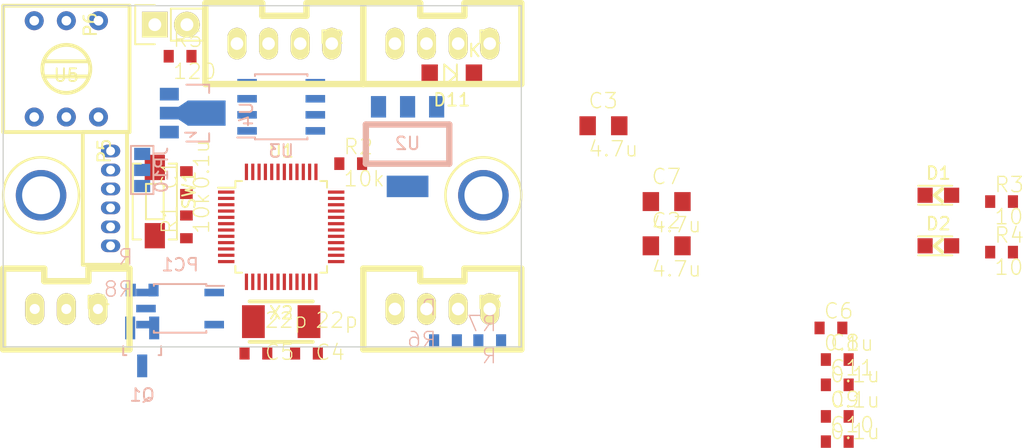
<source format=kicad_pcb>
(kicad_pcb (version 4) (host pcbnew 4.0.5)

  (general
    (links 98)
    (no_connects 98)
    (area -0.050001 -0.050001 41.050001 30.050001)
    (thickness 1.6)
    (drawings 6)
    (tracks 2)
    (zones 0)
    (modules 38)
    (nets 35)
  )

  (page A4)
  (layers
    (0 F.Cu signal)
    (31 B.Cu signal)
    (32 B.Adhes user)
    (33 F.Adhes user)
    (34 B.Paste user)
    (35 F.Paste user)
    (36 B.SilkS user)
    (37 F.SilkS user)
    (38 B.Mask user)
    (39 F.Mask user)
    (40 Dwgs.User user)
    (41 Cmts.User user)
    (42 Eco1.User user)
    (43 Eco2.User user)
    (44 Edge.Cuts user)
    (45 Margin user)
    (46 B.CrtYd user)
    (47 F.CrtYd user)
    (48 B.Fab user)
    (49 F.Fab user)
  )

  (setup
    (last_trace_width 0.25)
    (user_trace_width 0.5)
    (user_trace_width 1)
    (trace_clearance 0.2)
    (zone_clearance 0.2)
    (zone_45_only no)
    (trace_min 0.2)
    (segment_width 0.2)
    (edge_width 0.1)
    (via_size 0.6)
    (via_drill 0.4)
    (via_min_size 0.4)
    (via_min_drill 0.3)
    (user_via 0.8 0.5)
    (user_via 1.2 1)
    (user_via 4 3)
    (uvia_size 0.3)
    (uvia_drill 0.1)
    (uvias_allowed no)
    (uvia_min_size 0.2)
    (uvia_min_drill 0.1)
    (pcb_text_width 0.3)
    (pcb_text_size 1.5 1.5)
    (mod_edge_width 0.15)
    (mod_text_size 1 1)
    (mod_text_width 0.15)
    (pad_size 1.5 1.5)
    (pad_drill 0.6)
    (pad_to_mask_clearance 0)
    (aux_axis_origin 0 0)
    (visible_elements 7FFCFEFF)
    (pcbplotparams
      (layerselection 0x010f0_80000001)
      (usegerberextensions false)
      (excludeedgelayer true)
      (linewidth 0.100000)
      (plotframeref false)
      (viasonmask false)
      (mode 1)
      (useauxorigin false)
      (hpglpennumber 1)
      (hpglpenspeed 20)
      (hpglpendiameter 15)
      (hpglpenoverlay 2)
      (psnegative false)
      (psa4output false)
      (plotreference false)
      (plotvalue true)
      (plotinvisibletext false)
      (padsonsilk false)
      (subtractmaskfromsilk false)
      (outputformat 1)
      (mirror false)
      (drillshape 0)
      (scaleselection 1)
      (outputdirectory ""))
  )

  (net 0 "")
  (net 1 GND)
  (net 2 /NRST)
  (net 3 +12V)
  (net 4 +3.3V)
  (net 5 /OSC_IN)
  (net 6 /OSC_OUT)
  (net 7 +5V)
  (net 8 "Net-(D1-Pad2)")
  (net 9 "Net-(D2-Pad2)")
  (net 10 /LED)
  (net 11 "Net-(D11-Pad2)")
  (net 12 "Net-(JP10-Pad2)")
  (net 13 /CAN_L)
  (net 14 /CAN_H)
  (net 15 /ENC_B)
  (net 16 /ENC_A)
  (net 17 /SWCLK)
  (net 18 /SWDIO)
  (net 19 /USART_TX)
  (net 20 /USART_RX)
  (net 21 "Net-(P6-Pad2)")
  (net 22 /SEL_1)
  (net 23 /SEL_2)
  (net 24 /SEL_4)
  (net 25 /SEL_8)
  (net 26 /CAN_RX)
  (net 27 /CAN_TX)
  (net 28 /BOOT0)
  (net 29 "Net-(P4-Pad3)")
  (net 30 "Net-(P4-Pad2)")
  (net 31 "Net-(P4-Pad1)")
  (net 32 "Net-(PC1-Pad3)")
  (net 33 /PWM_A)
  (net 34 "Net-(Q1-PadD)")

  (net_class Default "これは標準のネット クラスです。"
    (clearance 0.2)
    (trace_width 0.25)
    (via_dia 0.6)
    (via_drill 0.4)
    (uvia_dia 0.3)
    (uvia_drill 0.1)
    (add_net +12V)
    (add_net +3.3V)
    (add_net +5V)
    (add_net /BOOT0)
    (add_net /CAN_H)
    (add_net /CAN_L)
    (add_net /CAN_RX)
    (add_net /CAN_TX)
    (add_net /ENC_A)
    (add_net /ENC_B)
    (add_net /LED)
    (add_net /NRST)
    (add_net /OSC_IN)
    (add_net /OSC_OUT)
    (add_net /PWM_A)
    (add_net /SEL_1)
    (add_net /SEL_2)
    (add_net /SEL_4)
    (add_net /SEL_8)
    (add_net /SWCLK)
    (add_net /SWDIO)
    (add_net /USART_RX)
    (add_net /USART_TX)
    (add_net GND)
    (add_net "Net-(D1-Pad2)")
    (add_net "Net-(D11-Pad2)")
    (add_net "Net-(D2-Pad2)")
    (add_net "Net-(JP10-Pad2)")
    (add_net "Net-(P4-Pad1)")
    (add_net "Net-(P4-Pad2)")
    (add_net "Net-(P4-Pad3)")
    (add_net "Net-(P6-Pad2)")
    (add_net "Net-(PC1-Pad3)")
    (add_net "Net-(Q1-PadD)")
  )

  (module RP_KiCAD_Libs:C1608_WP (layer F.Cu) (tedit 57C3E677) (tstamp 5892949E)
    (at 14.5 14 90)
    (descr <b>CAPACITOR</b>)
    (path /5773C845)
    (fp_text reference C1 (at -0.635 -0.635 90) (layer F.SilkS)
      (effects (font (size 1.2065 1.2065) (thickness 0.1016)) (justify left bottom))
    )
    (fp_text value 0.1u (at -0.635 1.905 90) (layer F.SilkS)
      (effects (font (size 1.2065 1.2065) (thickness 0.1016)) (justify left bottom))
    )
    (fp_line (start -0.356 -0.432) (end 0.356 -0.432) (layer Dwgs.User) (width 0.1016))
    (fp_line (start -0.356 0.419) (end 0.356 0.419) (layer Dwgs.User) (width 0.1016))
    (fp_poly (pts (xy -0.8382 0.4699) (xy -0.3381 0.4699) (xy -0.3381 -0.4801) (xy -0.8382 -0.4801)) (layer Dwgs.User) (width 0))
    (fp_poly (pts (xy 0.3302 0.4699) (xy 0.8303 0.4699) (xy 0.8303 -0.4801) (xy 0.3302 -0.4801)) (layer Dwgs.User) (width 0))
    (fp_poly (pts (xy -0.1999 0.3) (xy 0.1999 0.3) (xy 0.1999 -0.3) (xy -0.1999 -0.3)) (layer F.Adhes) (width 0))
    (pad 1 smd rect (at -0.9 0 90) (size 0.8 1) (layers F.Cu F.Paste F.Mask)
      (net 1 GND))
    (pad 2 smd rect (at 0.9 0 90) (size 0.8 1) (layers F.Cu F.Paste F.Mask)
      (net 2 /NRST))
    (model Resistors_SMD.3dshapes/R_0603.wrl
      (at (xyz 0 0 0))
      (scale (xyz 1 1 1))
      (rotate (xyz 0 0 0))
    )
  )

  (module RP_KiCAD_Libs:C2012 (layer F.Cu) (tedit 0) (tstamp 589294A4)
    (at 52.5 19)
    (descr <b>CAPACITOR</b>)
    (path /57DCED95)
    (fp_text reference C2 (at -1.27 -1.27) (layer F.SilkS)
      (effects (font (size 1.2065 1.2065) (thickness 0.1016)) (justify left bottom))
    )
    (fp_text value 4.7u (at -1.27 2.54) (layer F.SilkS)
      (effects (font (size 1.2065 1.2065) (thickness 0.1016)) (justify left bottom))
    )
    (fp_line (start -0.381 -0.66) (end 0.381 -0.66) (layer Dwgs.User) (width 0.1016))
    (fp_line (start -0.356 0.66) (end 0.381 0.66) (layer Dwgs.User) (width 0.1016))
    (fp_poly (pts (xy -1.0922 0.7239) (xy -0.3421 0.7239) (xy -0.3421 -0.7262) (xy -1.0922 -0.7262)) (layer Dwgs.User) (width 0))
    (fp_poly (pts (xy 0.3556 0.7239) (xy 1.1057 0.7239) (xy 1.1057 -0.7262) (xy 0.3556 -0.7262)) (layer Dwgs.User) (width 0))
    (fp_poly (pts (xy -0.1001 0.4001) (xy 0.1001 0.4001) (xy 0.1001 -0.4001) (xy -0.1001 -0.4001)) (layer F.Adhes) (width 0))
    (pad 1 smd rect (at -1.25 0) (size 1.3 1.5) (layers F.Cu F.Paste F.Mask)
      (net 3 +12V))
    (pad 2 smd rect (at 1.25 0) (size 1.3 1.5) (layers F.Cu F.Paste F.Mask)
      (net 1 GND))
    (model Resistors_SMD.3dshapes/R_0805.wrl
      (at (xyz 0 0 0))
      (scale (xyz 1 1 1))
      (rotate (xyz 0 0 0))
    )
  )

  (module RP_KiCAD_Libs:C2012 (layer F.Cu) (tedit 0) (tstamp 589294AA)
    (at 47.5 9.5)
    (descr <b>CAPACITOR</b>)
    (path /5815D48B)
    (fp_text reference C3 (at -1.27 -1.27) (layer F.SilkS)
      (effects (font (size 1.2065 1.2065) (thickness 0.1016)) (justify left bottom))
    )
    (fp_text value 4.7u (at -1.27 2.54) (layer F.SilkS)
      (effects (font (size 1.2065 1.2065) (thickness 0.1016)) (justify left bottom))
    )
    (fp_line (start -0.381 -0.66) (end 0.381 -0.66) (layer Dwgs.User) (width 0.1016))
    (fp_line (start -0.356 0.66) (end 0.381 0.66) (layer Dwgs.User) (width 0.1016))
    (fp_poly (pts (xy -1.0922 0.7239) (xy -0.3421 0.7239) (xy -0.3421 -0.7262) (xy -1.0922 -0.7262)) (layer Dwgs.User) (width 0))
    (fp_poly (pts (xy 0.3556 0.7239) (xy 1.1057 0.7239) (xy 1.1057 -0.7262) (xy 0.3556 -0.7262)) (layer Dwgs.User) (width 0))
    (fp_poly (pts (xy -0.1001 0.4001) (xy 0.1001 0.4001) (xy 0.1001 -0.4001) (xy -0.1001 -0.4001)) (layer F.Adhes) (width 0))
    (pad 1 smd rect (at -1.25 0) (size 1.3 1.5) (layers F.Cu F.Paste F.Mask)
      (net 4 +3.3V))
    (pad 2 smd rect (at 1.25 0) (size 1.3 1.5) (layers F.Cu F.Paste F.Mask)
      (net 1 GND))
    (model Resistors_SMD.3dshapes/R_0805.wrl
      (at (xyz 0 0 0))
      (scale (xyz 1 1 1))
      (rotate (xyz 0 0 0))
    )
  )

  (module RP_KiCAD_Libs:C1608_WP (layer F.Cu) (tedit 57C3E677) (tstamp 589294B0)
    (at 24 27.5 180)
    (descr <b>CAPACITOR</b>)
    (path /5773C365)
    (fp_text reference C4 (at -0.635 -0.635 180) (layer F.SilkS)
      (effects (font (size 1.2065 1.2065) (thickness 0.1016)) (justify left bottom))
    )
    (fp_text value 22p (at -0.635 1.905 180) (layer F.SilkS)
      (effects (font (size 1.2065 1.2065) (thickness 0.1016)) (justify left bottom))
    )
    (fp_line (start -0.356 -0.432) (end 0.356 -0.432) (layer Dwgs.User) (width 0.1016))
    (fp_line (start -0.356 0.419) (end 0.356 0.419) (layer Dwgs.User) (width 0.1016))
    (fp_poly (pts (xy -0.8382 0.4699) (xy -0.3381 0.4699) (xy -0.3381 -0.4801) (xy -0.8382 -0.4801)) (layer Dwgs.User) (width 0))
    (fp_poly (pts (xy 0.3302 0.4699) (xy 0.8303 0.4699) (xy 0.8303 -0.4801) (xy 0.3302 -0.4801)) (layer Dwgs.User) (width 0))
    (fp_poly (pts (xy -0.1999 0.3) (xy 0.1999 0.3) (xy 0.1999 -0.3) (xy -0.1999 -0.3)) (layer F.Adhes) (width 0))
    (pad 1 smd rect (at -0.9 0 180) (size 0.8 1) (layers F.Cu F.Paste F.Mask)
      (net 5 /OSC_IN))
    (pad 2 smd rect (at 0.9 0 180) (size 0.8 1) (layers F.Cu F.Paste F.Mask)
      (net 1 GND))
    (model Resistors_SMD.3dshapes/R_0603.wrl
      (at (xyz 0 0 0))
      (scale (xyz 1 1 1))
      (rotate (xyz 0 0 0))
    )
  )

  (module RP_KiCAD_Libs:C1608_WP (layer F.Cu) (tedit 57C3E677) (tstamp 589294B6)
    (at 20 27.5 180)
    (descr <b>CAPACITOR</b>)
    (path /5773C36B)
    (fp_text reference C5 (at -0.635 -0.635 180) (layer F.SilkS)
      (effects (font (size 1.2065 1.2065) (thickness 0.1016)) (justify left bottom))
    )
    (fp_text value 22p (at -0.635 1.905 180) (layer F.SilkS)
      (effects (font (size 1.2065 1.2065) (thickness 0.1016)) (justify left bottom))
    )
    (fp_line (start -0.356 -0.432) (end 0.356 -0.432) (layer Dwgs.User) (width 0.1016))
    (fp_line (start -0.356 0.419) (end 0.356 0.419) (layer Dwgs.User) (width 0.1016))
    (fp_poly (pts (xy -0.8382 0.4699) (xy -0.3381 0.4699) (xy -0.3381 -0.4801) (xy -0.8382 -0.4801)) (layer Dwgs.User) (width 0))
    (fp_poly (pts (xy 0.3302 0.4699) (xy 0.8303 0.4699) (xy 0.8303 -0.4801) (xy 0.3302 -0.4801)) (layer Dwgs.User) (width 0))
    (fp_poly (pts (xy -0.1999 0.3) (xy 0.1999 0.3) (xy 0.1999 -0.3) (xy -0.1999 -0.3)) (layer F.Adhes) (width 0))
    (pad 1 smd rect (at -0.9 0 180) (size 0.8 1) (layers F.Cu F.Paste F.Mask)
      (net 6 /OSC_OUT))
    (pad 2 smd rect (at 0.9 0 180) (size 0.8 1) (layers F.Cu F.Paste F.Mask)
      (net 1 GND))
    (model Resistors_SMD.3dshapes/R_0603.wrl
      (at (xyz 0 0 0))
      (scale (xyz 1 1 1))
      (rotate (xyz 0 0 0))
    )
  )

  (module RP_KiCAD_Libs:C1608_WP (layer F.Cu) (tedit 57C3E677) (tstamp 589294BC)
    (at 65.5 25.5)
    (descr <b>CAPACITOR</b>)
    (path /586F7A9C)
    (fp_text reference C6 (at -0.635 -0.635) (layer F.SilkS)
      (effects (font (size 1.2065 1.2065) (thickness 0.1016)) (justify left bottom))
    )
    (fp_text value 0.1u (at -0.635 1.905) (layer F.SilkS)
      (effects (font (size 1.2065 1.2065) (thickness 0.1016)) (justify left bottom))
    )
    (fp_line (start -0.356 -0.432) (end 0.356 -0.432) (layer Dwgs.User) (width 0.1016))
    (fp_line (start -0.356 0.419) (end 0.356 0.419) (layer Dwgs.User) (width 0.1016))
    (fp_poly (pts (xy -0.8382 0.4699) (xy -0.3381 0.4699) (xy -0.3381 -0.4801) (xy -0.8382 -0.4801)) (layer Dwgs.User) (width 0))
    (fp_poly (pts (xy 0.3302 0.4699) (xy 0.8303 0.4699) (xy 0.8303 -0.4801) (xy 0.3302 -0.4801)) (layer Dwgs.User) (width 0))
    (fp_poly (pts (xy -0.1999 0.3) (xy 0.1999 0.3) (xy 0.1999 -0.3) (xy -0.1999 -0.3)) (layer F.Adhes) (width 0))
    (pad 1 smd rect (at -0.9 0) (size 0.8 1) (layers F.Cu F.Paste F.Mask)
      (net 1 GND))
    (pad 2 smd rect (at 0.9 0) (size 0.8 1) (layers F.Cu F.Paste F.Mask)
      (net 4 +3.3V))
    (model Resistors_SMD.3dshapes/R_0603.wrl
      (at (xyz 0 0 0))
      (scale (xyz 1 1 1))
      (rotate (xyz 0 0 0))
    )
  )

  (module RP_KiCAD_Libs:C2012 (layer F.Cu) (tedit 0) (tstamp 589294C2)
    (at 52.5 15.5)
    (descr <b>CAPACITOR</b>)
    (path /57DCED4E)
    (fp_text reference C7 (at -1.27 -1.27) (layer F.SilkS)
      (effects (font (size 1.2065 1.2065) (thickness 0.1016)) (justify left bottom))
    )
    (fp_text value 4.7u (at -1.27 2.54) (layer F.SilkS)
      (effects (font (size 1.2065 1.2065) (thickness 0.1016)) (justify left bottom))
    )
    (fp_line (start -0.381 -0.66) (end 0.381 -0.66) (layer Dwgs.User) (width 0.1016))
    (fp_line (start -0.356 0.66) (end 0.381 0.66) (layer Dwgs.User) (width 0.1016))
    (fp_poly (pts (xy -1.0922 0.7239) (xy -0.3421 0.7239) (xy -0.3421 -0.7262) (xy -1.0922 -0.7262)) (layer Dwgs.User) (width 0))
    (fp_poly (pts (xy 0.3556 0.7239) (xy 1.1057 0.7239) (xy 1.1057 -0.7262) (xy 0.3556 -0.7262)) (layer Dwgs.User) (width 0))
    (fp_poly (pts (xy -0.1001 0.4001) (xy 0.1001 0.4001) (xy 0.1001 -0.4001) (xy -0.1001 -0.4001)) (layer F.Adhes) (width 0))
    (pad 1 smd rect (at -1.25 0) (size 1.3 1.5) (layers F.Cu F.Paste F.Mask)
      (net 7 +5V))
    (pad 2 smd rect (at 1.25 0) (size 1.3 1.5) (layers F.Cu F.Paste F.Mask)
      (net 1 GND))
    (model Resistors_SMD.3dshapes/R_0805.wrl
      (at (xyz 0 0 0))
      (scale (xyz 1 1 1))
      (rotate (xyz 0 0 0))
    )
  )

  (module RP_KiCAD_Libs:C1608_WP (layer F.Cu) (tedit 57C3E677) (tstamp 589294C8)
    (at 66 28)
    (descr <b>CAPACITOR</b>)
    (path /581BF2D3)
    (fp_text reference C8 (at -0.635 -0.635) (layer F.SilkS)
      (effects (font (size 1.2065 1.2065) (thickness 0.1016)) (justify left bottom))
    )
    (fp_text value 0.1u (at -0.635 1.905) (layer F.SilkS)
      (effects (font (size 1.2065 1.2065) (thickness 0.1016)) (justify left bottom))
    )
    (fp_line (start -0.356 -0.432) (end 0.356 -0.432) (layer Dwgs.User) (width 0.1016))
    (fp_line (start -0.356 0.419) (end 0.356 0.419) (layer Dwgs.User) (width 0.1016))
    (fp_poly (pts (xy -0.8382 0.4699) (xy -0.3381 0.4699) (xy -0.3381 -0.4801) (xy -0.8382 -0.4801)) (layer Dwgs.User) (width 0))
    (fp_poly (pts (xy 0.3302 0.4699) (xy 0.8303 0.4699) (xy 0.8303 -0.4801) (xy 0.3302 -0.4801)) (layer Dwgs.User) (width 0))
    (fp_poly (pts (xy -0.1999 0.3) (xy 0.1999 0.3) (xy 0.1999 -0.3) (xy -0.1999 -0.3)) (layer F.Adhes) (width 0))
    (pad 1 smd rect (at -0.9 0) (size 0.8 1) (layers F.Cu F.Paste F.Mask)
      (net 1 GND))
    (pad 2 smd rect (at 0.9 0) (size 0.8 1) (layers F.Cu F.Paste F.Mask)
      (net 4 +3.3V))
    (model Resistors_SMD.3dshapes/R_0603.wrl
      (at (xyz 0 0 0))
      (scale (xyz 1 1 1))
      (rotate (xyz 0 0 0))
    )
  )

  (module RP_KiCAD_Libs:C1608_WP (layer F.Cu) (tedit 57C3E677) (tstamp 589294CE)
    (at 66 32.5)
    (descr <b>CAPACITOR</b>)
    (path /588AC0E1)
    (fp_text reference C9 (at -0.635 -0.635) (layer F.SilkS)
      (effects (font (size 1.2065 1.2065) (thickness 0.1016)) (justify left bottom))
    )
    (fp_text value 0.1u (at -0.635 1.905) (layer F.SilkS)
      (effects (font (size 1.2065 1.2065) (thickness 0.1016)) (justify left bottom))
    )
    (fp_line (start -0.356 -0.432) (end 0.356 -0.432) (layer Dwgs.User) (width 0.1016))
    (fp_line (start -0.356 0.419) (end 0.356 0.419) (layer Dwgs.User) (width 0.1016))
    (fp_poly (pts (xy -0.8382 0.4699) (xy -0.3381 0.4699) (xy -0.3381 -0.4801) (xy -0.8382 -0.4801)) (layer Dwgs.User) (width 0))
    (fp_poly (pts (xy 0.3302 0.4699) (xy 0.8303 0.4699) (xy 0.8303 -0.4801) (xy 0.3302 -0.4801)) (layer Dwgs.User) (width 0))
    (fp_poly (pts (xy -0.1999 0.3) (xy 0.1999 0.3) (xy 0.1999 -0.3) (xy -0.1999 -0.3)) (layer F.Adhes) (width 0))
    (pad 1 smd rect (at -0.9 0) (size 0.8 1) (layers F.Cu F.Paste F.Mask)
      (net 1 GND))
    (pad 2 smd rect (at 0.9 0) (size 0.8 1) (layers F.Cu F.Paste F.Mask)
      (net 4 +3.3V))
    (model Resistors_SMD.3dshapes/R_0603.wrl
      (at (xyz 0 0 0))
      (scale (xyz 1 1 1))
      (rotate (xyz 0 0 0))
    )
  )

  (module RP_KiCAD_Libs:C1608_WP (layer F.Cu) (tedit 57C3E677) (tstamp 589294D4)
    (at 66 34.5)
    (descr <b>CAPACITOR</b>)
    (path /586F7A8A)
    (fp_text reference C10 (at -0.635 -0.635) (layer F.SilkS)
      (effects (font (size 1.2065 1.2065) (thickness 0.1016)) (justify left bottom))
    )
    (fp_text value 0.1u (at -0.635 1.905) (layer F.SilkS)
      (effects (font (size 1.2065 1.2065) (thickness 0.1016)) (justify left bottom))
    )
    (fp_line (start -0.356 -0.432) (end 0.356 -0.432) (layer Dwgs.User) (width 0.1016))
    (fp_line (start -0.356 0.419) (end 0.356 0.419) (layer Dwgs.User) (width 0.1016))
    (fp_poly (pts (xy -0.8382 0.4699) (xy -0.3381 0.4699) (xy -0.3381 -0.4801) (xy -0.8382 -0.4801)) (layer Dwgs.User) (width 0))
    (fp_poly (pts (xy 0.3302 0.4699) (xy 0.8303 0.4699) (xy 0.8303 -0.4801) (xy 0.3302 -0.4801)) (layer Dwgs.User) (width 0))
    (fp_poly (pts (xy -0.1999 0.3) (xy 0.1999 0.3) (xy 0.1999 -0.3) (xy -0.1999 -0.3)) (layer F.Adhes) (width 0))
    (pad 1 smd rect (at -0.9 0) (size 0.8 1) (layers F.Cu F.Paste F.Mask)
      (net 1 GND))
    (pad 2 smd rect (at 0.9 0) (size 0.8 1) (layers F.Cu F.Paste F.Mask)
      (net 4 +3.3V))
    (model Resistors_SMD.3dshapes/R_0603.wrl
      (at (xyz 0 0 0))
      (scale (xyz 1 1 1))
      (rotate (xyz 0 0 0))
    )
  )

  (module RP_KiCAD_Libs:C1608_WP (layer F.Cu) (tedit 57C3E677) (tstamp 589294DA)
    (at 66 30)
    (descr <b>CAPACITOR</b>)
    (path /586F8127)
    (fp_text reference C11 (at -0.635 -0.635) (layer F.SilkS)
      (effects (font (size 1.2065 1.2065) (thickness 0.1016)) (justify left bottom))
    )
    (fp_text value 0.1u (at -0.635 1.905) (layer F.SilkS)
      (effects (font (size 1.2065 1.2065) (thickness 0.1016)) (justify left bottom))
    )
    (fp_line (start -0.356 -0.432) (end 0.356 -0.432) (layer Dwgs.User) (width 0.1016))
    (fp_line (start -0.356 0.419) (end 0.356 0.419) (layer Dwgs.User) (width 0.1016))
    (fp_poly (pts (xy -0.8382 0.4699) (xy -0.3381 0.4699) (xy -0.3381 -0.4801) (xy -0.8382 -0.4801)) (layer Dwgs.User) (width 0))
    (fp_poly (pts (xy 0.3302 0.4699) (xy 0.8303 0.4699) (xy 0.8303 -0.4801) (xy 0.3302 -0.4801)) (layer Dwgs.User) (width 0))
    (fp_poly (pts (xy -0.1999 0.3) (xy 0.1999 0.3) (xy 0.1999 -0.3) (xy -0.1999 -0.3)) (layer F.Adhes) (width 0))
    (pad 1 smd rect (at -0.9 0) (size 0.8 1) (layers F.Cu F.Paste F.Mask)
      (net 1 GND))
    (pad 2 smd rect (at 0.9 0) (size 0.8 1) (layers F.Cu F.Paste F.Mask)
      (net 4 +3.3V))
    (model Resistors_SMD.3dshapes/R_0603.wrl
      (at (xyz 0 0 0))
      (scale (xyz 1 1 1))
      (rotate (xyz 0 0 0))
    )
  )

  (module LEDs:LED_0805 (layer F.Cu) (tedit 57EDF824) (tstamp 589294E0)
    (at 74 15)
    (descr "LED 0805 smd package")
    (tags "LED 0805 SMD")
    (path /57DD2FEB)
    (attr smd)
    (fp_text reference D1 (at 0 -1.75) (layer F.SilkS)
      (effects (font (size 1 1) (thickness 0.15)))
    )
    (fp_text value LED (at 0 1.75) (layer F.Fab)
      (effects (font (size 1 1) (thickness 0.15)))
    )
    (fp_line (start -0.3 0) (end 0.3 0.5) (layer F.SilkS) (width 0.3))
    (fp_line (start -0.3 0) (end 0.3 -0.5) (layer F.SilkS) (width 0.3))
    (fp_line (start -1.6 0.75) (end 1.1 0.75) (layer F.SilkS) (width 0.15))
    (fp_line (start -1.6 -0.75) (end 1.1 -0.75) (layer F.SilkS) (width 0.15))
    (fp_line (start 1.9 -0.95) (end 1.9 0.95) (layer F.CrtYd) (width 0.05))
    (fp_line (start 1.9 0.95) (end -1.9 0.95) (layer F.CrtYd) (width 0.05))
    (fp_line (start -1.9 0.95) (end -1.9 -0.95) (layer F.CrtYd) (width 0.05))
    (fp_line (start -1.9 -0.95) (end 1.9 -0.95) (layer F.CrtYd) (width 0.05))
    (pad 2 smd rect (at 1.04902 0 180) (size 1.19888 1.19888) (layers F.Cu F.Paste F.Mask)
      (net 8 "Net-(D1-Pad2)"))
    (pad 1 smd rect (at -1.04902 0 180) (size 1.19888 1.19888) (layers F.Cu F.Paste F.Mask)
      (net 4 +3.3V))
    (model LEDs.3dshapes/LED_0805.wrl
      (at (xyz 0 0 0))
      (scale (xyz 1 1 1))
      (rotate (xyz 0 0 0))
    )
  )

  (module LEDs:LED_0805 (layer F.Cu) (tedit 57EDF824) (tstamp 589294E6)
    (at 74 19)
    (descr "LED 0805 smd package")
    (tags "LED 0805 SMD")
    (path /57DD3BCB)
    (attr smd)
    (fp_text reference D2 (at 0 -1.75) (layer F.SilkS)
      (effects (font (size 1 1) (thickness 0.15)))
    )
    (fp_text value LED (at 0 1.75) (layer F.Fab)
      (effects (font (size 1 1) (thickness 0.15)))
    )
    (fp_line (start -0.3 0) (end 0.3 0.5) (layer F.SilkS) (width 0.3))
    (fp_line (start -0.3 0) (end 0.3 -0.5) (layer F.SilkS) (width 0.3))
    (fp_line (start -1.6 0.75) (end 1.1 0.75) (layer F.SilkS) (width 0.15))
    (fp_line (start -1.6 -0.75) (end 1.1 -0.75) (layer F.SilkS) (width 0.15))
    (fp_line (start 1.9 -0.95) (end 1.9 0.95) (layer F.CrtYd) (width 0.05))
    (fp_line (start 1.9 0.95) (end -1.9 0.95) (layer F.CrtYd) (width 0.05))
    (fp_line (start -1.9 0.95) (end -1.9 -0.95) (layer F.CrtYd) (width 0.05))
    (fp_line (start -1.9 -0.95) (end 1.9 -0.95) (layer F.CrtYd) (width 0.05))
    (pad 2 smd rect (at 1.04902 0 180) (size 1.19888 1.19888) (layers F.Cu F.Paste F.Mask)
      (net 9 "Net-(D2-Pad2)"))
    (pad 1 smd rect (at -1.04902 0 180) (size 1.19888 1.19888) (layers F.Cu F.Paste F.Mask)
      (net 10 /LED))
    (model LEDs.3dshapes/LED_0805.wrl
      (at (xyz 0 0 0))
      (scale (xyz 1 1 1))
      (rotate (xyz 0 0 0))
    )
  )

  (module Diodes_SMD:MiniMELF_Standard (layer F.Cu) (tedit 55364937) (tstamp 589294F2)
    (at 35.5 5.5 180)
    (descr "Diode Mini-MELF Standard")
    (tags "Diode Mini-MELF Standard")
    (path /5847EBBD)
    (attr smd)
    (fp_text reference D11 (at 0 -1.95 180) (layer F.SilkS)
      (effects (font (size 1 1) (thickness 0.15)))
    )
    (fp_text value DIODE (at 0 3.81 180) (layer F.Fab)
      (effects (font (size 1 1) (thickness 0.15)))
    )
    (fp_line (start -2.55 -1) (end 2.55 -1) (layer F.CrtYd) (width 0.05))
    (fp_line (start 2.55 -1) (end 2.55 1) (layer F.CrtYd) (width 0.05))
    (fp_line (start 2.55 1) (end -2.55 1) (layer F.CrtYd) (width 0.05))
    (fp_line (start -2.55 1) (end -2.55 -1) (layer F.CrtYd) (width 0.05))
    (fp_line (start -0.40024 0.0508) (end 0.60052 -0.85) (layer F.SilkS) (width 0.15))
    (fp_line (start 0.60052 -0.85) (end 0.60052 0.85) (layer F.SilkS) (width 0.15))
    (fp_line (start 0.60052 0.85) (end -0.40024 0) (layer F.SilkS) (width 0.15))
    (fp_line (start -0.40024 -0.85) (end -0.40024 0.85) (layer F.SilkS) (width 0.15))
    (fp_text user K (at -1.8 1.95 180) (layer F.SilkS)
      (effects (font (size 1 1) (thickness 0.15)))
    )
    (fp_text user A (at 1.8 1.95 180) (layer F.SilkS)
      (effects (font (size 1 1) (thickness 0.15)))
    )
    (fp_circle (center 0 0) (end 0 0.55118) (layer F.Adhes) (width 0.381))
    (fp_circle (center 0 0) (end 0 0.20066) (layer F.Adhes) (width 0.381))
    (pad 1 smd rect (at -1.75006 0 180) (size 1.30048 1.69926) (layers F.Cu F.Paste F.Mask)
      (net 3 +12V))
    (pad 2 smd rect (at 1.75006 0 180) (size 1.30048 1.69926) (layers F.Cu F.Paste F.Mask)
      (net 11 "Net-(D11-Pad2)"))
    (model Diodes_SMD.3dshapes/MiniMELF_Standard.wrl
      (at (xyz 0 0 0))
      (scale (xyz 0.3937 0.3937 0.3937))
      (rotate (xyz 0 0 0))
    )
  )

  (module Connect:GS3 (layer B.Cu) (tedit 0) (tstamp 589294F9)
    (at 11 13)
    (descr "Pontet Goute de soudure")
    (path /5815AB47)
    (attr virtual)
    (fp_text reference JP10 (at 1.524 0 270) (layer B.SilkS)
      (effects (font (size 1 1) (thickness 0.15)) (justify mirror))
    )
    (fp_text value JUMPER3 (at 1.524 0 270) (layer B.Fab)
      (effects (font (size 1 1) (thickness 0.15)) (justify mirror))
    )
    (fp_line (start -0.889 1.905) (end -0.889 -1.905) (layer B.SilkS) (width 0.15))
    (fp_line (start -0.889 -1.905) (end 0.889 -1.905) (layer B.SilkS) (width 0.15))
    (fp_line (start 0.889 -1.905) (end 0.889 1.905) (layer B.SilkS) (width 0.15))
    (fp_line (start -0.889 1.905) (end 0.889 1.905) (layer B.SilkS) (width 0.15))
    (pad 1 smd rect (at 0 1.27) (size 1.27 0.9652) (layers B.Cu B.Paste B.Mask)
      (net 2 /NRST))
    (pad 2 smd rect (at 0 0) (size 1.27 0.9652) (layers B.Cu B.Paste B.Mask)
      (net 12 "Net-(JP10-Pad2)"))
    (pad 3 smd rect (at 0 -1.27) (size 1.27 0.9652) (layers B.Cu B.Paste B.Mask)
      (net 4 +3.3V))
  )

  (module RP_KiCAD_Connector:ZH_6T (layer F.Cu) (tedit 585B7582) (tstamp 58929525)
    (at 8.5 11.5 270)
    (path /57DDCDDC)
    (fp_text reference P5 (at 0 0.5 270) (layer F.SilkS)
      (effects (font (size 1 1) (thickness 0.15)))
    )
    (fp_text value CONN_01X06 (at 3.5 1.5 270) (layer F.Fab)
      (effects (font (size 1 1) (thickness 0.15)))
    )
    (fp_line (start -1.5 -1.3) (end 9 -1.3) (layer F.SilkS) (width 0.3))
    (fp_line (start 9 -1.3) (end 9 2.2) (layer F.SilkS) (width 0.3))
    (fp_line (start 9 2.2) (end -1.5 2.2) (layer F.SilkS) (width 0.3))
    (fp_line (start -1.5 2.2) (end -1.5 -1.3) (layer F.SilkS) (width 0.3))
    (pad 1 thru_hole oval (at 0 0 270) (size 1 1.524) (drill 0.7) (layers *.Cu *.Mask)
      (net 1 GND))
    (pad 2 thru_hole oval (at 1.5 0 270) (size 1 1.524) (drill 0.7) (layers *.Cu *.Mask)
      (net 12 "Net-(JP10-Pad2)"))
    (pad 3 thru_hole oval (at 3 0 270) (size 1 1.524) (drill 0.7) (layers *.Cu *.Mask)
      (net 17 /SWCLK))
    (pad 4 thru_hole oval (at 4.5 0 270) (size 1 1.524) (drill 0.7) (layers *.Cu *.Mask)
      (net 18 /SWDIO))
    (pad 5 thru_hole oval (at 6 0 270) (size 1 1.524) (drill 0.7) (layers *.Cu *.Mask)
      (net 19 /USART_TX))
    (pad 6 thru_hole oval (at 7.5 0 270) (size 1 1.524) (drill 0.7) (layers *.Cu *.Mask)
      (net 20 /USART_RX))
    (model conn_ZRandZH/ZH_6T.wrl
      (at (xyz 0.148 0.05 0))
      (scale (xyz 4 4 4))
      (rotate (xyz -90 0 180))
    )
  )

  (module Pin_Headers:Pin_Header_Straight_1x02 (layer F.Cu) (tedit 54EA090C) (tstamp 5892952B)
    (at 12 1.5 90)
    (descr "Through hole pin header")
    (tags "pin header")
    (path /57E11162)
    (fp_text reference P6 (at 0 -5.1 90) (layer F.SilkS)
      (effects (font (size 1 1) (thickness 0.15)))
    )
    (fp_text value CONN_01X02 (at 0 -3.1 90) (layer F.Fab)
      (effects (font (size 1 1) (thickness 0.15)))
    )
    (fp_line (start 1.27 1.27) (end 1.27 3.81) (layer F.SilkS) (width 0.15))
    (fp_line (start 1.55 -1.55) (end 1.55 0) (layer F.SilkS) (width 0.15))
    (fp_line (start -1.75 -1.75) (end -1.75 4.3) (layer F.CrtYd) (width 0.05))
    (fp_line (start 1.75 -1.75) (end 1.75 4.3) (layer F.CrtYd) (width 0.05))
    (fp_line (start -1.75 -1.75) (end 1.75 -1.75) (layer F.CrtYd) (width 0.05))
    (fp_line (start -1.75 4.3) (end 1.75 4.3) (layer F.CrtYd) (width 0.05))
    (fp_line (start 1.27 1.27) (end -1.27 1.27) (layer F.SilkS) (width 0.15))
    (fp_line (start -1.55 0) (end -1.55 -1.55) (layer F.SilkS) (width 0.15))
    (fp_line (start -1.55 -1.55) (end 1.55 -1.55) (layer F.SilkS) (width 0.15))
    (fp_line (start -1.27 1.27) (end -1.27 3.81) (layer F.SilkS) (width 0.15))
    (fp_line (start -1.27 3.81) (end 1.27 3.81) (layer F.SilkS) (width 0.15))
    (pad 1 thru_hole rect (at 0 0 90) (size 2.032 2.032) (drill 1.016) (layers *.Cu *.Mask F.SilkS)
      (net 14 /CAN_H))
    (pad 2 thru_hole oval (at 0 2.54 90) (size 2.032 2.032) (drill 1.016) (layers *.Cu *.Mask F.SilkS)
      (net 21 "Net-(P6-Pad2)"))
    (model Pin_Headers.3dshapes/Pin_Header_Straight_1x02.wrl
      (at (xyz 0 -0.05 0))
      (scale (xyz 1 1 1))
      (rotate (xyz 0 0 90))
    )
  )

  (module RP_KiCAD_Libs:SOIC-5_3.9x4.9mm_Pitch1.27mm (layer B.Cu) (tedit 58896ED9) (tstamp 5892953B)
    (at 14 24 180)
    (descr "5-Lead Plastic Small Outline (SN) - Narrow, 3.90 mm Body [SOIC] (see Microchip Packaging Specification 00000049BS.pdf)")
    (tags "SOIC 1.27")
    (path /58899202)
    (attr smd)
    (fp_text reference PC1 (at 0 3.5 180) (layer B.SilkS)
      (effects (font (size 1 1) (thickness 0.15)) (justify mirror))
    )
    (fp_text value TLP117 (at 0 -3.5 180) (layer B.Fab)
      (effects (font (size 1 1) (thickness 0.15)) (justify mirror))
    )
    (fp_line (start -3.75 2.75) (end -3.75 -2.75) (layer B.CrtYd) (width 0.05))
    (fp_line (start 3.75 2.75) (end 3.75 -2.75) (layer B.CrtYd) (width 0.05))
    (fp_line (start -3.75 2.75) (end 3.75 2.75) (layer B.CrtYd) (width 0.05))
    (fp_line (start -3.75 -2.75) (end 3.75 -2.75) (layer B.CrtYd) (width 0.05))
    (fp_line (start -2.075 1.975) (end -2.075 1.83) (layer B.SilkS) (width 0.15))
    (fp_line (start 2.075 1.975) (end 2.075 1.83) (layer B.SilkS) (width 0.15))
    (fp_line (start 2.075 -1.875) (end 2.075 -1.73) (layer B.SilkS) (width 0.15))
    (fp_line (start -2.075 -1.875) (end -2.075 -1.73) (layer B.SilkS) (width 0.15))
    (fp_line (start -2.075 1.975) (end 2.075 1.975) (layer B.SilkS) (width 0.15))
    (fp_line (start -2.075 -1.875) (end 2.075 -1.875) (layer B.SilkS) (width 0.15))
    (fp_line (start -2.075 1.83) (end -3.475 1.83) (layer B.SilkS) (width 0.15))
    (pad 1 smd rect (at -2.7 1.305 180) (size 1.55 0.6) (layers B.Cu B.Paste B.Mask)
      (net 7 +5V))
    (pad 3 smd rect (at -2.7 -1.235 180) (size 1.55 0.6) (layers B.Cu B.Paste B.Mask)
      (net 32 "Net-(PC1-Pad3)"))
    (pad 4 smd rect (at 2.7 -1.235 180) (size 1.55 0.6) (layers B.Cu B.Paste B.Mask)
      (net 31 "Net-(P4-Pad1)"))
    (pad 5 smd rect (at 2.7 0.035 180) (size 1.55 0.6) (layers B.Cu B.Paste B.Mask)
      (net 29 "Net-(P4-Pad3)"))
    (pad 6 smd rect (at 2.7 1.305 180) (size 1.55 0.6) (layers B.Cu B.Paste B.Mask)
      (net 30 "Net-(P4-Pad2)"))
  )

  (module TO_SOT_Packages_SMD:SOT-23_Handsoldering (layer B.Cu) (tedit 56FA59B0) (tstamp 58929542)
    (at 11 27)
    (descr "SOT-23, Handsoldering")
    (tags SOT-23)
    (path /5889A670)
    (attr smd)
    (fp_text reference Q1 (at 0 3.81) (layer B.SilkS)
      (effects (font (size 1 1) (thickness 0.15)) (justify mirror))
    )
    (fp_text value MOSFET_N (at 0 -3.81) (layer B.Fab)
      (effects (font (size 1 1) (thickness 0.15)) (justify mirror))
    )
    (fp_line (start -1.49982 -0.0508) (end -1.49982 0.65024) (layer B.SilkS) (width 0.15))
    (fp_line (start -1.49982 0.65024) (end -1.2509 0.65024) (layer B.SilkS) (width 0.15))
    (fp_line (start 1.29916 0.65024) (end 1.49982 0.65024) (layer B.SilkS) (width 0.15))
    (fp_line (start 1.49982 0.65024) (end 1.49982 -0.0508) (layer B.SilkS) (width 0.15))
    (pad G smd rect (at -0.95 -1.50114) (size 0.8001 1.80086) (layers B.Cu B.Paste B.Mask)
      (net 33 /PWM_A))
    (pad S smd rect (at 0.95 -1.50114) (size 0.8001 1.80086) (layers B.Cu B.Paste B.Mask)
      (net 1 GND))
    (pad D smd rect (at 0 1.50114) (size 0.8001 1.80086) (layers B.Cu B.Paste B.Mask)
      (net 34 "Net-(Q1-PadD)"))
    (model TO_SOT_Packages_SMD.3dshapes/SOT-23_Handsoldering.wrl
      (at (xyz 0 0 0))
      (scale (xyz 1 1 1))
      (rotate (xyz 0 0 0))
    )
  )

  (module RP_KiCAD_Libs:C1608_WP (layer F.Cu) (tedit 57C3E677) (tstamp 5892954F)
    (at 14.5 17.5 90)
    (descr <b>CAPACITOR</b>)
    (path /5773CB7C)
    (fp_text reference R1 (at -0.635 -0.635 90) (layer F.SilkS)
      (effects (font (size 1.2065 1.2065) (thickness 0.1016)) (justify left bottom))
    )
    (fp_text value 10k (at -0.635 1.905 90) (layer F.SilkS)
      (effects (font (size 1.2065 1.2065) (thickness 0.1016)) (justify left bottom))
    )
    (fp_line (start -0.356 -0.432) (end 0.356 -0.432) (layer Dwgs.User) (width 0.1016))
    (fp_line (start -0.356 0.419) (end 0.356 0.419) (layer Dwgs.User) (width 0.1016))
    (fp_poly (pts (xy -0.8382 0.4699) (xy -0.3381 0.4699) (xy -0.3381 -0.4801) (xy -0.8382 -0.4801)) (layer Dwgs.User) (width 0))
    (fp_poly (pts (xy 0.3302 0.4699) (xy 0.8303 0.4699) (xy 0.8303 -0.4801) (xy 0.3302 -0.4801)) (layer Dwgs.User) (width 0))
    (fp_poly (pts (xy -0.1999 0.3) (xy 0.1999 0.3) (xy 0.1999 -0.3) (xy -0.1999 -0.3)) (layer F.Adhes) (width 0))
    (pad 1 smd rect (at -0.9 0 90) (size 0.8 1) (layers F.Cu F.Paste F.Mask)
      (net 4 +3.3V))
    (pad 2 smd rect (at 0.9 0 90) (size 0.8 1) (layers F.Cu F.Paste F.Mask)
      (net 2 /NRST))
    (model Resistors_SMD.3dshapes/R_0603.wrl
      (at (xyz 0 0 0))
      (scale (xyz 1 1 1))
      (rotate (xyz 0 0 0))
    )
  )

  (module RP_KiCAD_Libs:C1608_WP (layer F.Cu) (tedit 57C3E677) (tstamp 58929555)
    (at 27.5 12.5)
    (descr <b>CAPACITOR</b>)
    (path /5773D19C)
    (fp_text reference R2 (at -0.635 -0.635) (layer F.SilkS)
      (effects (font (size 1.2065 1.2065) (thickness 0.1016)) (justify left bottom))
    )
    (fp_text value 10k (at -0.635 1.905) (layer F.SilkS)
      (effects (font (size 1.2065 1.2065) (thickness 0.1016)) (justify left bottom))
    )
    (fp_line (start -0.356 -0.432) (end 0.356 -0.432) (layer Dwgs.User) (width 0.1016))
    (fp_line (start -0.356 0.419) (end 0.356 0.419) (layer Dwgs.User) (width 0.1016))
    (fp_poly (pts (xy -0.8382 0.4699) (xy -0.3381 0.4699) (xy -0.3381 -0.4801) (xy -0.8382 -0.4801)) (layer Dwgs.User) (width 0))
    (fp_poly (pts (xy 0.3302 0.4699) (xy 0.8303 0.4699) (xy 0.8303 -0.4801) (xy 0.3302 -0.4801)) (layer Dwgs.User) (width 0))
    (fp_poly (pts (xy -0.1999 0.3) (xy 0.1999 0.3) (xy 0.1999 -0.3) (xy -0.1999 -0.3)) (layer F.Adhes) (width 0))
    (pad 1 smd rect (at -0.9 0) (size 0.8 1) (layers F.Cu F.Paste F.Mask)
      (net 1 GND))
    (pad 2 smd rect (at 0.9 0) (size 0.8 1) (layers F.Cu F.Paste F.Mask)
      (net 28 /BOOT0))
    (model Resistors_SMD.3dshapes/R_0603.wrl
      (at (xyz 0 0 0))
      (scale (xyz 1 1 1))
      (rotate (xyz 0 0 0))
    )
  )

  (module RP_KiCAD_Libs:C1608_WP (layer F.Cu) (tedit 57C3E677) (tstamp 5892955B)
    (at 79 15.5)
    (descr <b>CAPACITOR</b>)
    (path /57DD3091)
    (fp_text reference R3 (at -0.635 -0.635) (layer F.SilkS)
      (effects (font (size 1.2065 1.2065) (thickness 0.1016)) (justify left bottom))
    )
    (fp_text value 100 (at -0.635 1.905) (layer F.SilkS)
      (effects (font (size 1.2065 1.2065) (thickness 0.1016)) (justify left bottom))
    )
    (fp_line (start -0.356 -0.432) (end 0.356 -0.432) (layer Dwgs.User) (width 0.1016))
    (fp_line (start -0.356 0.419) (end 0.356 0.419) (layer Dwgs.User) (width 0.1016))
    (fp_poly (pts (xy -0.8382 0.4699) (xy -0.3381 0.4699) (xy -0.3381 -0.4801) (xy -0.8382 -0.4801)) (layer Dwgs.User) (width 0))
    (fp_poly (pts (xy 0.3302 0.4699) (xy 0.8303 0.4699) (xy 0.8303 -0.4801) (xy 0.3302 -0.4801)) (layer Dwgs.User) (width 0))
    (fp_poly (pts (xy -0.1999 0.3) (xy 0.1999 0.3) (xy 0.1999 -0.3) (xy -0.1999 -0.3)) (layer F.Adhes) (width 0))
    (pad 1 smd rect (at -0.9 0) (size 0.8 1) (layers F.Cu F.Paste F.Mask)
      (net 8 "Net-(D1-Pad2)"))
    (pad 2 smd rect (at 0.9 0) (size 0.8 1) (layers F.Cu F.Paste F.Mask)
      (net 1 GND))
    (model Resistors_SMD.3dshapes/R_0603.wrl
      (at (xyz 0 0 0))
      (scale (xyz 1 1 1))
      (rotate (xyz 0 0 0))
    )
  )

  (module RP_KiCAD_Libs:C1608_WP (layer F.Cu) (tedit 57C3E677) (tstamp 58929561)
    (at 79 19.5)
    (descr <b>CAPACITOR</b>)
    (path /57DD3BD1)
    (fp_text reference R4 (at -0.635 -0.635) (layer F.SilkS)
      (effects (font (size 1.2065 1.2065) (thickness 0.1016)) (justify left bottom))
    )
    (fp_text value 100 (at -0.635 1.905) (layer F.SilkS)
      (effects (font (size 1.2065 1.2065) (thickness 0.1016)) (justify left bottom))
    )
    (fp_line (start -0.356 -0.432) (end 0.356 -0.432) (layer Dwgs.User) (width 0.1016))
    (fp_line (start -0.356 0.419) (end 0.356 0.419) (layer Dwgs.User) (width 0.1016))
    (fp_poly (pts (xy -0.8382 0.4699) (xy -0.3381 0.4699) (xy -0.3381 -0.4801) (xy -0.8382 -0.4801)) (layer Dwgs.User) (width 0))
    (fp_poly (pts (xy 0.3302 0.4699) (xy 0.8303 0.4699) (xy 0.8303 -0.4801) (xy 0.3302 -0.4801)) (layer Dwgs.User) (width 0))
    (fp_poly (pts (xy -0.1999 0.3) (xy 0.1999 0.3) (xy 0.1999 -0.3) (xy -0.1999 -0.3)) (layer F.Adhes) (width 0))
    (pad 1 smd rect (at -0.9 0) (size 0.8 1) (layers F.Cu F.Paste F.Mask)
      (net 9 "Net-(D2-Pad2)"))
    (pad 2 smd rect (at 0.9 0) (size 0.8 1) (layers F.Cu F.Paste F.Mask)
      (net 1 GND))
    (model Resistors_SMD.3dshapes/R_0603.wrl
      (at (xyz 0 0 0))
      (scale (xyz 1 1 1))
      (rotate (xyz 0 0 0))
    )
  )

  (module RP_KiCAD_Libs:C1608_WP (layer F.Cu) (tedit 57C3E677) (tstamp 58929567)
    (at 14 4)
    (descr <b>CAPACITOR</b>)
    (path /57E111F2)
    (fp_text reference R5 (at -0.635 -0.635) (layer F.SilkS)
      (effects (font (size 1.2065 1.2065) (thickness 0.1016)) (justify left bottom))
    )
    (fp_text value 120 (at -0.635 1.905) (layer F.SilkS)
      (effects (font (size 1.2065 1.2065) (thickness 0.1016)) (justify left bottom))
    )
    (fp_line (start -0.356 -0.432) (end 0.356 -0.432) (layer Dwgs.User) (width 0.1016))
    (fp_line (start -0.356 0.419) (end 0.356 0.419) (layer Dwgs.User) (width 0.1016))
    (fp_poly (pts (xy -0.8382 0.4699) (xy -0.3381 0.4699) (xy -0.3381 -0.4801) (xy -0.8382 -0.4801)) (layer Dwgs.User) (width 0))
    (fp_poly (pts (xy 0.3302 0.4699) (xy 0.8303 0.4699) (xy 0.8303 -0.4801) (xy 0.3302 -0.4801)) (layer Dwgs.User) (width 0))
    (fp_poly (pts (xy -0.1999 0.3) (xy 0.1999 0.3) (xy 0.1999 -0.3) (xy -0.1999 -0.3)) (layer F.Adhes) (width 0))
    (pad 1 smd rect (at -0.9 0) (size 0.8 1) (layers F.Cu F.Paste F.Mask)
      (net 13 /CAN_L))
    (pad 2 smd rect (at 0.9 0) (size 0.8 1) (layers F.Cu F.Paste F.Mask)
      (net 21 "Net-(P6-Pad2)"))
    (model Resistors_SMD.3dshapes/R_0603.wrl
      (at (xyz 0 0 0))
      (scale (xyz 1 1 1))
      (rotate (xyz 0 0 0))
    )
  )

  (module RP_KiCAD_Libs:C1608_WP (layer B.Cu) (tedit 57C3E677) (tstamp 5892956D)
    (at 35 26.5)
    (descr <b>CAPACITOR</b>)
    (path /58700099)
    (fp_text reference R6 (at -0.635 0.635) (layer B.SilkS)
      (effects (font (size 1.2065 1.2065) (thickness 0.1016)) (justify left bottom mirror))
    )
    (fp_text value R (at -0.635 -1.905) (layer B.SilkS)
      (effects (font (size 1.2065 1.2065) (thickness 0.1016)) (justify left bottom mirror))
    )
    (fp_line (start -0.356 0.432) (end 0.356 0.432) (layer Dwgs.User) (width 0.1016))
    (fp_line (start -0.356 -0.419) (end 0.356 -0.419) (layer Dwgs.User) (width 0.1016))
    (fp_poly (pts (xy -0.8382 -0.4699) (xy -0.3381 -0.4699) (xy -0.3381 0.4801) (xy -0.8382 0.4801)) (layer Dwgs.User) (width 0))
    (fp_poly (pts (xy 0.3302 -0.4699) (xy 0.8303 -0.4699) (xy 0.8303 0.4801) (xy 0.3302 0.4801)) (layer Dwgs.User) (width 0))
    (fp_poly (pts (xy -0.1999 -0.3) (xy 0.1999 -0.3) (xy 0.1999 0.3) (xy -0.1999 0.3)) (layer B.Adhes) (width 0))
    (pad 1 smd rect (at -0.9 0) (size 0.8 1) (layers B.Cu B.Paste B.Mask)
      (net 4 +3.3V))
    (pad 2 smd rect (at 0.9 0) (size 0.8 1) (layers B.Cu B.Paste B.Mask)
      (net 16 /ENC_A))
    (model Resistors_SMD.3dshapes/R_0603.wrl
      (at (xyz 0 0 0))
      (scale (xyz 1 1 1))
      (rotate (xyz 0 0 0))
    )
  )

  (module RP_KiCAD_Libs:C1608_WP (layer B.Cu) (tedit 57C3E677) (tstamp 58929573)
    (at 38.5 26.5 180)
    (descr <b>CAPACITOR</b>)
    (path /5870012D)
    (fp_text reference R7 (at -0.635 0.635 180) (layer B.SilkS)
      (effects (font (size 1.2065 1.2065) (thickness 0.1016)) (justify left bottom mirror))
    )
    (fp_text value R (at -0.635 -1.905 180) (layer B.SilkS)
      (effects (font (size 1.2065 1.2065) (thickness 0.1016)) (justify left bottom mirror))
    )
    (fp_line (start -0.356 0.432) (end 0.356 0.432) (layer Dwgs.User) (width 0.1016))
    (fp_line (start -0.356 -0.419) (end 0.356 -0.419) (layer Dwgs.User) (width 0.1016))
    (fp_poly (pts (xy -0.8382 -0.4699) (xy -0.3381 -0.4699) (xy -0.3381 0.4801) (xy -0.8382 0.4801)) (layer Dwgs.User) (width 0))
    (fp_poly (pts (xy 0.3302 -0.4699) (xy 0.8303 -0.4699) (xy 0.8303 0.4801) (xy 0.3302 0.4801)) (layer Dwgs.User) (width 0))
    (fp_poly (pts (xy -0.1999 -0.3) (xy 0.1999 -0.3) (xy 0.1999 0.3) (xy -0.1999 0.3)) (layer B.Adhes) (width 0))
    (pad 1 smd rect (at -0.9 0 180) (size 0.8 1) (layers B.Cu B.Paste B.Mask)
      (net 4 +3.3V))
    (pad 2 smd rect (at 0.9 0 180) (size 0.8 1) (layers B.Cu B.Paste B.Mask)
      (net 15 /ENC_B))
    (model Resistors_SMD.3dshapes/R_0603.wrl
      (at (xyz 0 0 0))
      (scale (xyz 1 1 1))
      (rotate (xyz 0 0 0))
    )
  )

  (module RP_KiCAD_Libs:C1608_WP (layer B.Cu) (tedit 57C3E677) (tstamp 58929579)
    (at 11 22.5)
    (descr <b>CAPACITOR</b>)
    (path /5889A74A)
    (fp_text reference R8 (at -0.635 0.635) (layer B.SilkS)
      (effects (font (size 1.2065 1.2065) (thickness 0.1016)) (justify left bottom mirror))
    )
    (fp_text value R (at -0.635 -1.905) (layer B.SilkS)
      (effects (font (size 1.2065 1.2065) (thickness 0.1016)) (justify left bottom mirror))
    )
    (fp_line (start -0.356 0.432) (end 0.356 0.432) (layer Dwgs.User) (width 0.1016))
    (fp_line (start -0.356 -0.419) (end 0.356 -0.419) (layer Dwgs.User) (width 0.1016))
    (fp_poly (pts (xy -0.8382 -0.4699) (xy -0.3381 -0.4699) (xy -0.3381 0.4801) (xy -0.8382 0.4801)) (layer Dwgs.User) (width 0))
    (fp_poly (pts (xy 0.3302 -0.4699) (xy 0.8303 -0.4699) (xy 0.8303 0.4801) (xy 0.3302 0.4801)) (layer Dwgs.User) (width 0))
    (fp_poly (pts (xy -0.1999 -0.3) (xy 0.1999 -0.3) (xy 0.1999 0.3) (xy -0.1999 0.3)) (layer B.Adhes) (width 0))
    (pad 1 smd rect (at -0.9 0) (size 0.8 1) (layers B.Cu B.Paste B.Mask)
      (net 32 "Net-(PC1-Pad3)"))
    (pad 2 smd rect (at 0.9 0) (size 0.8 1) (layers B.Cu B.Paste B.Mask)
      (net 34 "Net-(Q1-PadD)"))
    (model Resistors_SMD.3dshapes/R_0603.wrl
      (at (xyz 0 0 0))
      (scale (xyz 1 1 1))
      (rotate (xyz 0 0 0))
    )
  )

  (module Buttons_Switches_SMD:SW_SPST_EVQPE1 (layer F.Cu) (tedit 55DB43C0) (tstamp 58929585)
    (at 12 15.5 270)
    (descr "Light Touch Switch")
    (path /5773C76A)
    (attr smd)
    (fp_text reference SW1 (at -0.9 -2.7 270) (layer F.SilkS)
      (effects (font (size 1 1) (thickness 0.15)))
    )
    (fp_text value SW_PUSH (at 0 0 270) (layer F.Fab)
      (effects (font (size 1 1) (thickness 0.15)))
    )
    (fp_line (start -1.4 -0.7) (end 1.4 -0.7) (layer F.SilkS) (width 0.15))
    (fp_line (start 1.4 -0.7) (end 1.4 0.7) (layer F.SilkS) (width 0.15))
    (fp_line (start 1.4 0.7) (end -1.4 0.7) (layer F.SilkS) (width 0.15))
    (fp_line (start -1.4 0.7) (end -1.4 -0.7) (layer F.SilkS) (width 0.15))
    (fp_line (start -3.95 -2) (end 3.95 -2) (layer F.CrtYd) (width 0.05))
    (fp_line (start 3.95 -2) (end 3.95 2) (layer F.CrtYd) (width 0.05))
    (fp_line (start 3.95 2) (end -3.95 2) (layer F.CrtYd) (width 0.05))
    (fp_line (start -3.95 2) (end -3.95 -2) (layer F.CrtYd) (width 0.05))
    (fp_line (start 3 -1.75) (end 3 -1.1) (layer F.SilkS) (width 0.15))
    (fp_line (start 3 1.75) (end 3 1.1) (layer F.SilkS) (width 0.15))
    (fp_line (start -3 1.1) (end -3 1.75) (layer F.SilkS) (width 0.15))
    (fp_line (start -3 -1.75) (end -3 -1.1) (layer F.SilkS) (width 0.15))
    (fp_line (start 3 -1.75) (end -3 -1.75) (layer F.SilkS) (width 0.15))
    (fp_line (start -3 1.75) (end 3 1.75) (layer F.SilkS) (width 0.15))
    (pad 2 smd rect (at 2.7 0 270) (size 2 1.6) (layers F.Cu F.Paste F.Mask)
      (net 2 /NRST))
    (pad 1 smd rect (at -2.7 0 270) (size 2 1.6) (layers F.Cu F.Paste F.Mask)
      (net 1 GND))
  )

  (module Housings_QFP:LQFP-48_7x7mm_Pitch0.5mm (layer F.Cu) (tedit 54130A77) (tstamp 589295B9)
    (at 22 17.5)
    (descr "48 LEAD LQFP 7x7mm (see MICREL LQFP7x7-48LD-PL-1.pdf)")
    (tags "QFP 0.5")
    (path /5773BC88)
    (attr smd)
    (fp_text reference U1 (at 0 -6) (layer F.SilkS)
      (effects (font (size 1 1) (thickness 0.15)))
    )
    (fp_text value STM32F103_48 (at 0 6) (layer F.Fab)
      (effects (font (size 1 1) (thickness 0.15)))
    )
    (fp_line (start -5.25 -5.25) (end -5.25 5.25) (layer F.CrtYd) (width 0.05))
    (fp_line (start 5.25 -5.25) (end 5.25 5.25) (layer F.CrtYd) (width 0.05))
    (fp_line (start -5.25 -5.25) (end 5.25 -5.25) (layer F.CrtYd) (width 0.05))
    (fp_line (start -5.25 5.25) (end 5.25 5.25) (layer F.CrtYd) (width 0.05))
    (fp_line (start -3.625 -3.625) (end -3.625 -3.1) (layer F.SilkS) (width 0.15))
    (fp_line (start 3.625 -3.625) (end 3.625 -3.1) (layer F.SilkS) (width 0.15))
    (fp_line (start 3.625 3.625) (end 3.625 3.1) (layer F.SilkS) (width 0.15))
    (fp_line (start -3.625 3.625) (end -3.625 3.1) (layer F.SilkS) (width 0.15))
    (fp_line (start -3.625 -3.625) (end -3.1 -3.625) (layer F.SilkS) (width 0.15))
    (fp_line (start -3.625 3.625) (end -3.1 3.625) (layer F.SilkS) (width 0.15))
    (fp_line (start 3.625 3.625) (end 3.1 3.625) (layer F.SilkS) (width 0.15))
    (fp_line (start 3.625 -3.625) (end 3.1 -3.625) (layer F.SilkS) (width 0.15))
    (fp_line (start -3.625 -3.1) (end -5 -3.1) (layer F.SilkS) (width 0.15))
    (pad 1 smd rect (at -4.35 -2.75) (size 1.3 0.25) (layers F.Cu F.Paste F.Mask)
      (net 4 +3.3V))
    (pad 2 smd rect (at -4.35 -2.25) (size 1.3 0.25) (layers F.Cu F.Paste F.Mask)
      (net 22 /SEL_1))
    (pad 3 smd rect (at -4.35 -1.75) (size 1.3 0.25) (layers F.Cu F.Paste F.Mask)
      (net 23 /SEL_2))
    (pad 4 smd rect (at -4.35 -1.25) (size 1.3 0.25) (layers F.Cu F.Paste F.Mask)
      (net 24 /SEL_4))
    (pad 5 smd rect (at -4.35 -0.75) (size 1.3 0.25) (layers F.Cu F.Paste F.Mask)
      (net 5 /OSC_IN))
    (pad 6 smd rect (at -4.35 -0.25) (size 1.3 0.25) (layers F.Cu F.Paste F.Mask)
      (net 6 /OSC_OUT))
    (pad 7 smd rect (at -4.35 0.25) (size 1.3 0.25) (layers F.Cu F.Paste F.Mask)
      (net 2 /NRST))
    (pad 8 smd rect (at -4.35 0.75) (size 1.3 0.25) (layers F.Cu F.Paste F.Mask)
      (net 1 GND))
    (pad 9 smd rect (at -4.35 1.25) (size 1.3 0.25) (layers F.Cu F.Paste F.Mask)
      (net 4 +3.3V))
    (pad 10 smd rect (at -4.35 1.75) (size 1.3 0.25) (layers F.Cu F.Paste F.Mask)
      (net 16 /ENC_A))
    (pad 11 smd rect (at -4.35 2.25) (size 1.3 0.25) (layers F.Cu F.Paste F.Mask)
      (net 15 /ENC_B))
    (pad 12 smd rect (at -4.35 2.75) (size 1.3 0.25) (layers F.Cu F.Paste F.Mask)
      (net 25 /SEL_8))
    (pad 13 smd rect (at -2.75 4.35 90) (size 1.3 0.25) (layers F.Cu F.Paste F.Mask))
    (pad 14 smd rect (at -2.25 4.35 90) (size 1.3 0.25) (layers F.Cu F.Paste F.Mask)
      (net 33 /PWM_A))
    (pad 15 smd rect (at -1.75 4.35 90) (size 1.3 0.25) (layers F.Cu F.Paste F.Mask))
    (pad 16 smd rect (at -1.25 4.35 90) (size 1.3 0.25) (layers F.Cu F.Paste F.Mask))
    (pad 17 smd rect (at -0.75 4.35 90) (size 1.3 0.25) (layers F.Cu F.Paste F.Mask))
    (pad 18 smd rect (at -0.25 4.35 90) (size 1.3 0.25) (layers F.Cu F.Paste F.Mask)
      (net 10 /LED))
    (pad 19 smd rect (at 0.25 4.35 90) (size 1.3 0.25) (layers F.Cu F.Paste F.Mask))
    (pad 20 smd rect (at 0.75 4.35 90) (size 1.3 0.25) (layers F.Cu F.Paste F.Mask))
    (pad 21 smd rect (at 1.25 4.35 90) (size 1.3 0.25) (layers F.Cu F.Paste F.Mask))
    (pad 22 smd rect (at 1.75 4.35 90) (size 1.3 0.25) (layers F.Cu F.Paste F.Mask))
    (pad 23 smd rect (at 2.25 4.35 90) (size 1.3 0.25) (layers F.Cu F.Paste F.Mask)
      (net 1 GND))
    (pad 24 smd rect (at 2.75 4.35 90) (size 1.3 0.25) (layers F.Cu F.Paste F.Mask)
      (net 4 +3.3V))
    (pad 25 smd rect (at 4.35 2.75) (size 1.3 0.25) (layers F.Cu F.Paste F.Mask))
    (pad 26 smd rect (at 4.35 2.25) (size 1.3 0.25) (layers F.Cu F.Paste F.Mask))
    (pad 27 smd rect (at 4.35 1.75) (size 1.3 0.25) (layers F.Cu F.Paste F.Mask))
    (pad 28 smd rect (at 4.35 1.25) (size 1.3 0.25) (layers F.Cu F.Paste F.Mask))
    (pad 29 smd rect (at 4.35 0.75) (size 1.3 0.25) (layers F.Cu F.Paste F.Mask))
    (pad 30 smd rect (at 4.35 0.25) (size 1.3 0.25) (layers F.Cu F.Paste F.Mask)
      (net 19 /USART_TX))
    (pad 31 smd rect (at 4.35 -0.25) (size 1.3 0.25) (layers F.Cu F.Paste F.Mask)
      (net 20 /USART_RX))
    (pad 32 smd rect (at 4.35 -0.75) (size 1.3 0.25) (layers F.Cu F.Paste F.Mask)
      (net 26 /CAN_RX))
    (pad 33 smd rect (at 4.35 -1.25) (size 1.3 0.25) (layers F.Cu F.Paste F.Mask)
      (net 27 /CAN_TX))
    (pad 34 smd rect (at 4.35 -1.75) (size 1.3 0.25) (layers F.Cu F.Paste F.Mask)
      (net 18 /SWDIO))
    (pad 35 smd rect (at 4.35 -2.25) (size 1.3 0.25) (layers F.Cu F.Paste F.Mask)
      (net 1 GND))
    (pad 36 smd rect (at 4.35 -2.75) (size 1.3 0.25) (layers F.Cu F.Paste F.Mask)
      (net 4 +3.3V))
    (pad 37 smd rect (at 2.75 -4.35 90) (size 1.3 0.25) (layers F.Cu F.Paste F.Mask)
      (net 17 /SWCLK))
    (pad 38 smd rect (at 2.25 -4.35 90) (size 1.3 0.25) (layers F.Cu F.Paste F.Mask))
    (pad 39 smd rect (at 1.75 -4.35 90) (size 1.3 0.25) (layers F.Cu F.Paste F.Mask))
    (pad 40 smd rect (at 1.25 -4.35 90) (size 1.3 0.25) (layers F.Cu F.Paste F.Mask))
    (pad 41 smd rect (at 0.75 -4.35 90) (size 1.3 0.25) (layers F.Cu F.Paste F.Mask))
    (pad 42 smd rect (at 0.25 -4.35 90) (size 1.3 0.25) (layers F.Cu F.Paste F.Mask))
    (pad 43 smd rect (at -0.25 -4.35 90) (size 1.3 0.25) (layers F.Cu F.Paste F.Mask))
    (pad 44 smd rect (at -0.75 -4.35 90) (size 1.3 0.25) (layers F.Cu F.Paste F.Mask)
      (net 28 /BOOT0))
    (pad 45 smd rect (at -1.25 -4.35 90) (size 1.3 0.25) (layers F.Cu F.Paste F.Mask))
    (pad 46 smd rect (at -1.75 -4.35 90) (size 1.3 0.25) (layers F.Cu F.Paste F.Mask))
    (pad 47 smd rect (at -2.25 -4.35 90) (size 1.3 0.25) (layers F.Cu F.Paste F.Mask)
      (net 1 GND))
    (pad 48 smd rect (at -2.75 -4.35 90) (size 1.3 0.25) (layers F.Cu F.Paste F.Mask)
      (net 4 +3.3V))
    (model Housings_QFP.3dshapes/LQFP-48_7x7mm_Pitch0.5mm.wrl
      (at (xyz 0 0 0))
      (scale (xyz 1 1 1))
      (rotate (xyz 0 0 0))
    )
  )

  (module TO_SOT_Packages_SMD:SOT-223_reg (layer B.Cu) (tedit 57D7553B) (tstamp 589295C1)
    (at 32 8)
    (path /57DCE9BB)
    (fp_text reference U2 (at 0 2.9) (layer B.SilkS)
      (effects (font (size 1 1) (thickness 0.15)) (justify mirror))
    )
    (fp_text value NCP1117ST33T3G (at 0 -1.7) (layer B.Fab)
      (effects (font (size 1 1) (thickness 0.15)) (justify mirror))
    )
    (fp_line (start 3.3 4.5) (end 3.3 1.4) (layer B.SilkS) (width 0.5))
    (fp_line (start -3.3 4.5) (end -3.3 1.4) (layer B.SilkS) (width 0.5))
    (fp_line (start -3.3 1.4) (end 3.3 1.4) (layer B.SilkS) (width 0.5))
    (fp_line (start -3.3 4.5) (end 3.3 4.5) (layer B.SilkS) (width 0.5))
    (pad 1 smd rect (at -2.3 0) (size 1.2 1.7) (layers B.Cu B.Paste B.Mask)
      (net 1 GND))
    (pad 2 smd rect (at 0 0) (size 1.2 1.7) (layers B.Cu B.Paste B.Mask)
      (net 7 +5V))
    (pad 3 smd rect (at 2.3 0) (size 1.2 1.7) (layers B.Cu B.Paste B.Mask)
      (net 3 +12V))
    (pad 2 smd rect (at 0 6.3) (size 3.3 1.7) (layers B.Cu B.Paste B.Mask)
      (net 7 +5V))
    (model TO_SOT_Packages_SMD.3dshapes/SOT-223.wrl
      (at (xyz 0 0.12 0))
      (scale (xyz 0.39 0.39 0.39))
      (rotate (xyz 0 0 0))
    )
  )

  (module Housings_SOIC:SOIC-8_3.9x4.9mm_Pitch1.27mm (layer B.Cu) (tedit 54130A77) (tstamp 589295CD)
    (at 22 8)
    (descr "8-Lead Plastic Small Outline (SN) - Narrow, 3.90 mm Body [SOIC] (see Microchip Packaging Specification 00000049BS.pdf)")
    (tags "SOIC 1.27")
    (path /57DCC3FC)
    (attr smd)
    (fp_text reference U3 (at 0 3.5) (layer B.SilkS)
      (effects (font (size 1 1) (thickness 0.15)) (justify mirror))
    )
    (fp_text value MAX3051 (at 0 -3.5) (layer B.Fab)
      (effects (font (size 1 1) (thickness 0.15)) (justify mirror))
    )
    (fp_line (start -3.75 2.75) (end -3.75 -2.75) (layer B.CrtYd) (width 0.05))
    (fp_line (start 3.75 2.75) (end 3.75 -2.75) (layer B.CrtYd) (width 0.05))
    (fp_line (start -3.75 2.75) (end 3.75 2.75) (layer B.CrtYd) (width 0.05))
    (fp_line (start -3.75 -2.75) (end 3.75 -2.75) (layer B.CrtYd) (width 0.05))
    (fp_line (start -2.075 2.575) (end -2.075 2.43) (layer B.SilkS) (width 0.15))
    (fp_line (start 2.075 2.575) (end 2.075 2.43) (layer B.SilkS) (width 0.15))
    (fp_line (start 2.075 -2.575) (end 2.075 -2.43) (layer B.SilkS) (width 0.15))
    (fp_line (start -2.075 -2.575) (end -2.075 -2.43) (layer B.SilkS) (width 0.15))
    (fp_line (start -2.075 2.575) (end 2.075 2.575) (layer B.SilkS) (width 0.15))
    (fp_line (start -2.075 -2.575) (end 2.075 -2.575) (layer B.SilkS) (width 0.15))
    (fp_line (start -2.075 2.43) (end -3.475 2.43) (layer B.SilkS) (width 0.15))
    (pad 1 smd rect (at -2.7 1.905) (size 1.55 0.6) (layers B.Cu B.Paste B.Mask)
      (net 27 /CAN_TX))
    (pad 2 smd rect (at -2.7 0.635) (size 1.55 0.6) (layers B.Cu B.Paste B.Mask)
      (net 1 GND))
    (pad 3 smd rect (at -2.7 -0.635) (size 1.55 0.6) (layers B.Cu B.Paste B.Mask)
      (net 4 +3.3V))
    (pad 4 smd rect (at -2.7 -1.905) (size 1.55 0.6) (layers B.Cu B.Paste B.Mask)
      (net 26 /CAN_RX))
    (pad 5 smd rect (at 2.7 -1.905) (size 1.55 0.6) (layers B.Cu B.Paste B.Mask)
      (net 1 GND))
    (pad 6 smd rect (at 2.7 -0.635) (size 1.55 0.6) (layers B.Cu B.Paste B.Mask)
      (net 13 /CAN_L))
    (pad 7 smd rect (at 2.7 0.635) (size 1.55 0.6) (layers B.Cu B.Paste B.Mask)
      (net 14 /CAN_H))
    (pad 8 smd rect (at 2.7 1.905) (size 1.55 0.6) (layers B.Cu B.Paste B.Mask)
      (net 1 GND))
    (model Housings_SOIC.3dshapes/SOIC-8_3.9x4.9mm_Pitch1.27mm.wrl
      (at (xyz 0 0 0))
      (scale (xyz 1 1 1))
      (rotate (xyz 0 0 0))
    )
  )

  (module TO_SOT_Packages_SMD:SOT89-3_Housing (layer B.Cu) (tedit 0) (tstamp 589295D6)
    (at 15 8.5 90)
    (descr "SOT89-3, Housing,")
    (tags "SOT89-3, Housing,")
    (path /5881E916)
    (attr smd)
    (fp_text reference U4 (at -0.09906 4.24942 90) (layer B.SilkS)
      (effects (font (size 1 1) (thickness 0.15)) (justify mirror))
    )
    (fp_text value SOT-89-3regul (at -0.20066 -4.59994 90) (layer B.Fab)
      (effects (font (size 1 1) (thickness 0.15)) (justify mirror))
    )
    (fp_line (start -1.89992 -0.20066) (end -1.651 0.09906) (layer B.SilkS) (width 0.15))
    (fp_line (start -1.651 0.09906) (end -1.5494 0.24892) (layer B.SilkS) (width 0.15))
    (fp_line (start -1.5494 0.24892) (end -1.5494 -0.59944) (layer B.SilkS) (width 0.15))
    (fp_line (start -2.25044 1.30048) (end -2.25044 -0.50038) (layer B.SilkS) (width 0.15))
    (fp_line (start -2.25044 1.30048) (end -1.6002 1.30048) (layer B.SilkS) (width 0.15))
    (fp_line (start 2.25044 1.30048) (end 2.25044 -0.50038) (layer B.SilkS) (width 0.15))
    (fp_line (start 2.25044 1.30048) (end 1.6002 1.30048) (layer B.SilkS) (width 0.15))
    (pad 1 smd rect (at -1.50114 -1.85166 90) (size 1.00076 1.50114) (layers B.Cu B.Paste B.Mask)
      (net 4 +3.3V))
    (pad 2 smd rect (at 0 -1.85166 90) (size 1.00076 1.50114) (layers B.Cu B.Paste B.Mask)
      (net 1 GND))
    (pad 3 smd rect (at 1.50114 -1.85166 90) (size 1.00076 1.50114) (layers B.Cu B.Paste B.Mask)
      (net 7 +5V))
    (pad 2 smd rect (at 0 1.09982 90) (size 1.99898 2.99974) (layers B.Cu B.Paste B.Mask)
      (net 1 GND))
    (pad 2 smd trapezoid (at 0 -0.7493 270) (size 1.50114 0.7493) (rect_delta 0 -0.50038 ) (layers B.Cu B.Paste B.Mask)
      (net 1 GND))
    (model TO_SOT_Packages_SMD.3dshapes/SOT89-3_Housing.wrl
      (at (xyz 0 0 0))
      (scale (xyz 0.3937 0.3937 0.3937))
      (rotate (xyz 0 0 0))
    )
  )

  (module Buttons_Switches_ThroughHole:rotary_0F (layer F.Cu) (tedit 58830A9D) (tstamp 589295E0)
    (at 5 5)
    (path /586FCD1B)
    (fp_text reference U5 (at 0 0.5) (layer F.SilkS)
      (effects (font (size 1 1) (thickness 0.15)))
    )
    (fp_text value SW_ROTARY_16 (at 0 -0.5) (layer F.Fab)
      (effects (font (size 1 1) (thickness 0.15)))
    )
    (fp_circle (center 0 0) (end 1.9 0) (layer F.SilkS) (width 0.3))
    (fp_line (start -1.8 0.6) (end 1.7 0.6) (layer F.SilkS) (width 0.3))
    (fp_line (start -1.8 -0.6) (end 1.8 -0.6) (layer F.SilkS) (width 0.3))
    (fp_line (start -5 -5) (end 5 -5) (layer F.SilkS) (width 0.3))
    (fp_line (start 5 -5) (end 5 5) (layer F.SilkS) (width 0.3))
    (fp_line (start 5 5) (end -5 5) (layer F.SilkS) (width 0.3))
    (fp_line (start -5 5) (end -5 -5) (layer F.SilkS) (width 0.3))
    (pad 1 thru_hole circle (at -2.54 3.81) (size 1.5 1.5) (drill 0.762) (layers *.Cu *.Mask)
      (net 22 /SEL_1))
    (pad 2 thru_hole circle (at 0 3.81) (size 1.5 1.5) (drill 0.762) (layers *.Cu *.Mask)
      (net 1 GND))
    (pad 3 thru_hole circle (at 2.54 3.81) (size 1.5 1.5) (drill 0.762) (layers *.Cu *.Mask)
      (net 23 /SEL_2))
    (pad 4 thru_hole circle (at 2.54 -3.81) (size 1.5 1.5) (drill 0.762) (layers *.Cu *.Mask)
      (net 24 /SEL_4))
    (pad 5 thru_hole circle (at 0 -3.81) (size 1.5 1.5) (drill 0.762) (layers *.Cu *.Mask)
      (net 1 GND))
    (pad 6 thru_hole circle (at -2.54 -3.81) (size 1.5 1.5) (drill 0.762) (layers *.Cu *.Mask)
      (net 25 /SEL_8))
    (model switch/SW_ROTARY_16.wrl
      (at (xyz 0.2 -0.21 0))
      (scale (xyz 5 5 5))
      (rotate (xyz -90 0 0))
    )
  )

  (module Crystals:ABM3_2pads (layer F.Cu) (tedit 588219AC) (tstamp 589295E6)
    (at 22 25 180)
    (path /5773C371)
    (fp_text reference X2 (at 0 0.7 180) (layer F.SilkS)
      (effects (font (size 1 1) (thickness 0.15)))
    )
    (fp_text value CRYSTAL (at 0 -0.6 180) (layer F.Fab)
      (effects (font (size 1 1) (thickness 0.15)))
    )
    (fp_line (start -2.5 1.6) (end 2.5 1.6) (layer F.SilkS) (width 0.3))
    (fp_line (start -2.5 -1.6) (end 2.5 -1.6) (layer F.SilkS) (width 0.3))
    (pad 1 smd rect (at -2.2 0 180) (size 1.8 2.6) (layers F.Cu F.Paste F.Mask)
      (net 5 /OSC_IN))
    (pad 2 smd rect (at 2.2 0 180) (size 1.8 2.6) (layers F.Cu F.Paste F.Mask)
      (net 6 /OSC_OUT))
    (model crystal/crystal_smd_5x3.2mm.wrl
      (at (xyz 0 0 0))
      (scale (xyz 1 1 1))
      (rotate (xyz 0 0 0))
    )
  )

  (module RP_KiCAD_Connector:XA_4T (layer F.Cu) (tedit 5763BB94) (tstamp 5892977A)
    (at 38.5 3 180)
    (path /57DCDD10)
    (fp_text reference P1 (at 0 0.5 180) (layer F.SilkS)
      (effects (font (size 1 1) (thickness 0.15)))
    )
    (fp_text value CONN_01X04 (at 0 -0.5 180) (layer F.Fab)
      (effects (font (size 1 1) (thickness 0.15)))
    )
    (fp_line (start -2.5 3.2) (end 2 3.2) (layer F.SilkS) (width 0.5))
    (fp_line (start 2 3.2) (end 2 2.2) (layer F.SilkS) (width 0.5))
    (fp_line (start 2 2.2) (end 5.5 2.2) (layer F.SilkS) (width 0.5))
    (fp_line (start 5.5 2.2) (end 5.5 3.2) (layer F.SilkS) (width 0.5))
    (fp_line (start 5.5 3.2) (end 10 3.2) (layer F.SilkS) (width 0.5))
    (fp_line (start 10 -3.2) (end -2.5 -3.2) (layer F.SilkS) (width 0.5))
    (fp_line (start 10 3.2) (end 10 -3.2) (layer F.SilkS) (width 0.5))
    (fp_line (start -2.5 -3.2) (end -2.5 3.2) (layer F.SilkS) (width 0.5))
    (pad 4 thru_hole oval (at 0 0 180) (size 1.5 2.5) (drill 1) (layers *.Cu *.Mask F.SilkS)
      (net 13 /CAN_L))
    (pad 3 thru_hole oval (at 2.5 0 180) (size 1.5 2.5) (drill 1) (layers *.Cu *.Mask F.SilkS)
      (net 14 /CAN_H))
    (pad 2 thru_hole oval (at 5 0 180) (size 1.5 2.5) (drill 1) (layers *.Cu *.Mask F.SilkS)
      (net 11 "Net-(D11-Pad2)"))
    (pad 1 thru_hole oval (at 7.5 0 180) (size 1.5 2.5) (drill 1) (layers *.Cu *.Mask F.SilkS)
      (net 1 GND))
    (model conn_XA/XA_4T.wrl
      (at (xyz 0.15 0 0))
      (scale (xyz 3.95 3.95 3.95))
      (rotate (xyz -90 0 0))
    )
  )

  (module RP_KiCAD_Connector:XA_4T (layer F.Cu) (tedit 5763BB94) (tstamp 58929781)
    (at 26 3 180)
    (path /57DCDDB3)
    (fp_text reference P2 (at 0 0.5 180) (layer F.SilkS)
      (effects (font (size 1 1) (thickness 0.15)))
    )
    (fp_text value CONN_01X04 (at 0 -0.5 180) (layer F.Fab)
      (effects (font (size 1 1) (thickness 0.15)))
    )
    (fp_line (start -2.5 3.2) (end 2 3.2) (layer F.SilkS) (width 0.5))
    (fp_line (start 2 3.2) (end 2 2.2) (layer F.SilkS) (width 0.5))
    (fp_line (start 2 2.2) (end 5.5 2.2) (layer F.SilkS) (width 0.5))
    (fp_line (start 5.5 2.2) (end 5.5 3.2) (layer F.SilkS) (width 0.5))
    (fp_line (start 5.5 3.2) (end 10 3.2) (layer F.SilkS) (width 0.5))
    (fp_line (start 10 -3.2) (end -2.5 -3.2) (layer F.SilkS) (width 0.5))
    (fp_line (start 10 3.2) (end 10 -3.2) (layer F.SilkS) (width 0.5))
    (fp_line (start -2.5 -3.2) (end -2.5 3.2) (layer F.SilkS) (width 0.5))
    (pad 4 thru_hole oval (at 0 0 180) (size 1.5 2.5) (drill 1) (layers *.Cu *.Mask F.SilkS)
      (net 13 /CAN_L))
    (pad 3 thru_hole oval (at 2.5 0 180) (size 1.5 2.5) (drill 1) (layers *.Cu *.Mask F.SilkS)
      (net 14 /CAN_H))
    (pad 2 thru_hole oval (at 5 0 180) (size 1.5 2.5) (drill 1) (layers *.Cu *.Mask F.SilkS)
      (net 11 "Net-(D11-Pad2)"))
    (pad 1 thru_hole oval (at 7.5 0 180) (size 1.5 2.5) (drill 1) (layers *.Cu *.Mask F.SilkS)
      (net 1 GND))
    (model conn_XA/XA_4T.wrl
      (at (xyz 0.15 0 0))
      (scale (xyz 3.95 3.95 3.95))
      (rotate (xyz -90 0 0))
    )
  )

  (module RP_KiCAD_Connector:XA_4T (layer F.Cu) (tedit 5763BB94) (tstamp 58929788)
    (at 38.5 24 180)
    (path /586F6734)
    (fp_text reference P3 (at 0 0.5 180) (layer F.SilkS)
      (effects (font (size 1 1) (thickness 0.15)))
    )
    (fp_text value CONN_01X04 (at 0 -0.5 180) (layer F.Fab)
      (effects (font (size 1 1) (thickness 0.15)))
    )
    (fp_line (start -2.5 3.2) (end 2 3.2) (layer F.SilkS) (width 0.5))
    (fp_line (start 2 3.2) (end 2 2.2) (layer F.SilkS) (width 0.5))
    (fp_line (start 2 2.2) (end 5.5 2.2) (layer F.SilkS) (width 0.5))
    (fp_line (start 5.5 2.2) (end 5.5 3.2) (layer F.SilkS) (width 0.5))
    (fp_line (start 5.5 3.2) (end 10 3.2) (layer F.SilkS) (width 0.5))
    (fp_line (start 10 -3.2) (end -2.5 -3.2) (layer F.SilkS) (width 0.5))
    (fp_line (start 10 3.2) (end 10 -3.2) (layer F.SilkS) (width 0.5))
    (fp_line (start -2.5 -3.2) (end -2.5 3.2) (layer F.SilkS) (width 0.5))
    (pad 4 thru_hole oval (at 0 0 180) (size 1.5 2.5) (drill 1) (layers *.Cu *.Mask F.SilkS)
      (net 15 /ENC_B))
    (pad 3 thru_hole oval (at 2.5 0 180) (size 1.5 2.5) (drill 1) (layers *.Cu *.Mask F.SilkS)
      (net 16 /ENC_A))
    (pad 2 thru_hole oval (at 5 0 180) (size 1.5 2.5) (drill 1) (layers *.Cu *.Mask F.SilkS)
      (net 7 +5V))
    (pad 1 thru_hole oval (at 7.5 0 180) (size 1.5 2.5) (drill 1) (layers *.Cu *.Mask F.SilkS)
      (net 1 GND))
    (model conn_XA/XA_4T.wrl
      (at (xyz 0.15 0 0))
      (scale (xyz 3.95 3.95 3.95))
      (rotate (xyz -90 0 0))
    )
  )

  (module RP_KiCAD_Connector:XA_3T (layer F.Cu) (tedit 5704715B) (tstamp 58929A0E)
    (at 7.5 24 180)
    (path /5889868E)
    (fp_text reference P4 (at 0 0.5 180) (layer F.SilkS)
      (effects (font (size 1 1) (thickness 0.15)))
    )
    (fp_text value CONN_01X03 (at 0 -0.5 180) (layer F.Fab)
      (effects (font (size 1 1) (thickness 0.15)))
    )
    (fp_line (start 0.75 2.2) (end 4.25 2.2) (layer F.SilkS) (width 0.5))
    (fp_line (start 4.25 2.2) (end 4.25 3.2) (layer F.SilkS) (width 0.5))
    (fp_line (start 4.25 3.2) (end 7.5 3.2) (layer F.SilkS) (width 0.5))
    (fp_line (start -2.5 3.2) (end 0.75 3.2) (layer F.SilkS) (width 0.5))
    (fp_line (start 0.75 3.2) (end 0.75 2.2) (layer F.SilkS) (width 0.5))
    (fp_line (start -2.5 -3.2) (end 7.5 -3.2) (layer F.SilkS) (width 0.5))
    (fp_line (start 7.5 -3.2) (end 7.5 3.2) (layer F.SilkS) (width 0.5))
    (fp_line (start -2.5 -3.2) (end -2.5 3.2) (layer F.SilkS) (width 0.5))
    (pad 3 thru_hole oval (at 0 0 180) (size 1.5 2.5) (drill 0.8) (layers *.Cu *.Mask F.SilkS)
      (net 29 "Net-(P4-Pad3)"))
    (pad 2 thru_hole oval (at 2.5 0 180) (size 1.5 2.5) (drill 0.8) (layers *.Cu *.Mask F.SilkS)
      (net 30 "Net-(P4-Pad2)"))
    (pad 1 thru_hole oval (at 5 0 180) (size 1.5 2.5) (drill 0.8) (layers *.Cu *.Mask F.SilkS)
      (net 31 "Net-(P4-Pad1)"))
    (model conn_XA/XA_3T.wrl
      (at (xyz 0.1 0 0))
      (scale (xyz 4 4 4))
      (rotate (xyz -90 0 0))
    )
  )

  (gr_line (start 41 0) (end 41 27) (angle 90) (layer Edge.Cuts) (width 0.1))
  (gr_line (start 0 27) (end 0 0) (angle 90) (layer Edge.Cuts) (width 0.1))
  (gr_line (start 0 27) (end 41 27) (angle 90) (layer Edge.Cuts) (width 0.1))
  (gr_circle (center 3 15) (end 0 15) (layer F.SilkS) (width 0.2))
  (gr_circle (center 38 15) (end 41 15) (layer F.SilkS) (width 0.2))
  (gr_line (start 0 0) (end 41 0) (angle 90) (layer Edge.Cuts) (width 0.1))

  (via (at 38 15) (size 4) (drill 3) (layers F.Cu B.Cu) (net 0))
  (via (at 3 15) (size 4) (drill 3) (layers F.Cu B.Cu) (net 0))

)

</source>
